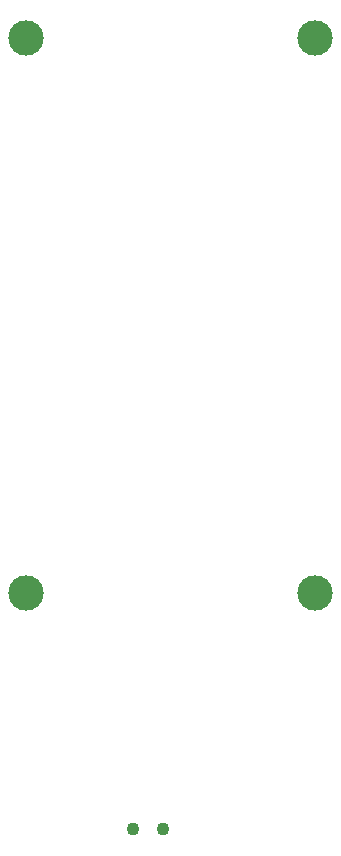
<source format=gbr>
%TF.GenerationSoftware,KiCad,Pcbnew,(6.0.7)*%
%TF.CreationDate,2022-08-26T02:08:32+02:00*%
%TF.ProjectId,airpcb_smd,61697270-6362-45f7-936d-642e6b696361,rev?*%
%TF.SameCoordinates,Original*%
%TF.FileFunction,NonPlated,1,2,NPTH,Drill*%
%TF.FilePolarity,Positive*%
%FSLAX46Y46*%
G04 Gerber Fmt 4.6, Leading zero omitted, Abs format (unit mm)*
G04 Created by KiCad (PCBNEW (6.0.7)) date 2022-08-26 02:08:32*
%MOMM*%
%LPD*%
G01*
G04 APERTURE LIST*
%TA.AperFunction,ComponentDrill*%
%ADD10C,1.100000*%
%TD*%
%TA.AperFunction,ComponentDrill*%
%ADD11C,3.000000*%
%TD*%
G04 APERTURE END LIST*
D10*
%TO.C,J4*%
X127000000Y-121920000D03*
X129540000Y-121920000D03*
D11*
%TO.C,U3*%
X117935000Y-54940000D03*
X117935000Y-101890000D03*
X142445000Y-54940000D03*
X142445000Y-101890000D03*
M02*

</source>
